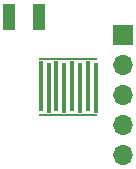
<source format=gbs>
G04 #@! TF.GenerationSoftware,KiCad,Pcbnew,7.0.9*
G04 #@! TF.CreationDate,2023-11-12T22:26:40-08:00*
G04 #@! TF.ProjectId,TimeRecordingButton,54696d65-5265-4636-9f72-64696e674275,rev?*
G04 #@! TF.SameCoordinates,Original*
G04 #@! TF.FileFunction,Soldermask,Bot*
G04 #@! TF.FilePolarity,Negative*
%FSLAX46Y46*%
G04 Gerber Fmt 4.6, Leading zero omitted, Abs format (unit mm)*
G04 Created by KiCad (PCBNEW 7.0.9) date 2023-11-12 22:26:40*
%MOMM*%
%LPD*%
G01*
G04 APERTURE LIST*
%ADD10R,0.333300X4.300000*%
%ADD11R,5.000000X0.250000*%
%ADD12R,0.333300X4.300100*%
%ADD13R,1.000000X2.250000*%
%ADD14R,1.700000X1.700000*%
%ADD15O,1.700000X1.700000*%
G04 APERTURE END LIST*
D10*
X109823400Y-108995000D03*
X108490000Y-108995000D03*
D11*
X108156700Y-106745000D03*
D10*
X107156700Y-108995000D03*
X105823400Y-108995000D03*
X110490000Y-109220000D03*
D12*
X109156700Y-109220000D03*
D11*
X108156700Y-111495000D03*
D12*
X107823400Y-109220000D03*
X106490000Y-109220000D03*
D13*
X103150284Y-103205284D03*
X105650284Y-103205284D03*
D14*
X112812304Y-104694022D03*
D15*
X112812304Y-107234022D03*
X112812304Y-109774022D03*
X112812304Y-112314022D03*
X112812304Y-114854022D03*
M02*

</source>
